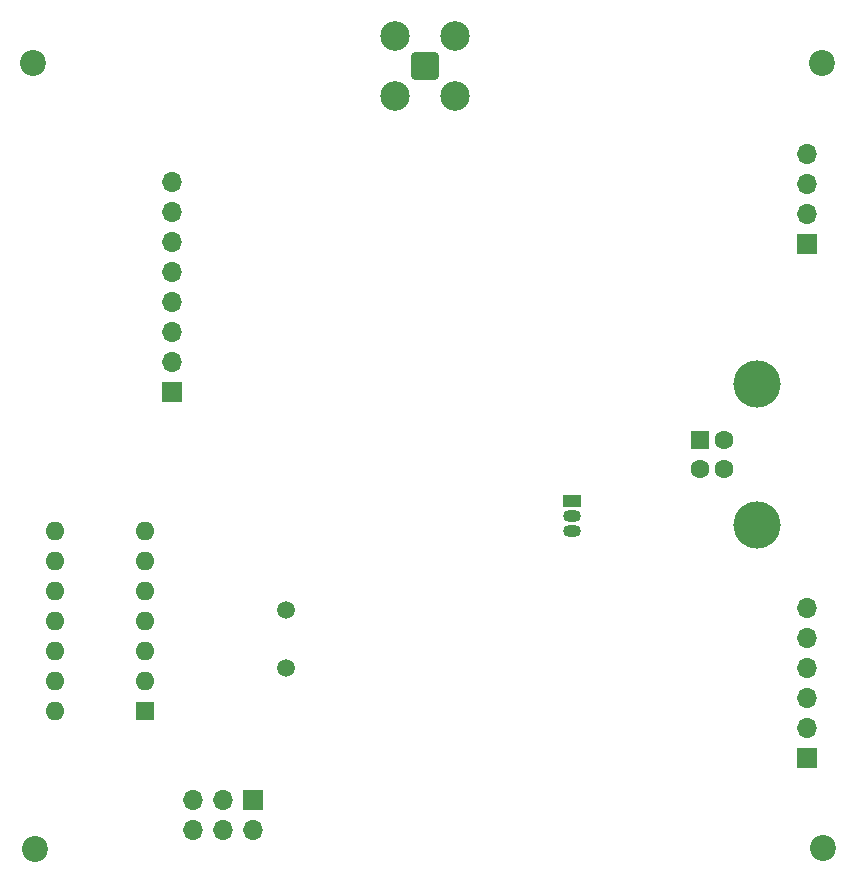
<source format=gbr>
%TF.GenerationSoftware,KiCad,Pcbnew,7.0.10*%
%TF.CreationDate,2024-11-11T15:21:43+02:00*%
%TF.ProjectId,Elektroniikkapaja-vastaanotin,456c656b-7472-46f6-9e69-696b6b617061,rev?*%
%TF.SameCoordinates,Original*%
%TF.FileFunction,Soldermask,Bot*%
%TF.FilePolarity,Negative*%
%FSLAX46Y46*%
G04 Gerber Fmt 4.6, Leading zero omitted, Abs format (unit mm)*
G04 Created by KiCad (PCBNEW 7.0.10) date 2024-11-11 15:21:43*
%MOMM*%
%LPD*%
G01*
G04 APERTURE LIST*
G04 Aperture macros list*
%AMRoundRect*
0 Rectangle with rounded corners*
0 $1 Rounding radius*
0 $2 $3 $4 $5 $6 $7 $8 $9 X,Y pos of 4 corners*
0 Add a 4 corners polygon primitive as box body*
4,1,4,$2,$3,$4,$5,$6,$7,$8,$9,$2,$3,0*
0 Add four circle primitives for the rounded corners*
1,1,$1+$1,$2,$3*
1,1,$1+$1,$4,$5*
1,1,$1+$1,$6,$7*
1,1,$1+$1,$8,$9*
0 Add four rect primitives between the rounded corners*
20,1,$1+$1,$2,$3,$4,$5,0*
20,1,$1+$1,$4,$5,$6,$7,0*
20,1,$1+$1,$6,$7,$8,$9,0*
20,1,$1+$1,$8,$9,$2,$3,0*%
G04 Aperture macros list end*
%ADD10R,1.700000X1.700000*%
%ADD11O,1.700000X1.700000*%
%ADD12C,2.200000*%
%ADD13C,1.500000*%
%ADD14RoundRect,0.200100X-0.949900X-0.949900X0.949900X-0.949900X0.949900X0.949900X-0.949900X0.949900X0*%
%ADD15C,2.500000*%
%ADD16R,1.500000X1.050000*%
%ADD17O,1.500000X1.050000*%
%ADD18R,1.600000X1.600000*%
%ADD19C,1.600000*%
%ADD20C,4.000000*%
%ADD21O,1.600000X1.600000*%
G04 APERTURE END LIST*
D10*
%TO.C,J4*%
X169180000Y-116860000D03*
D11*
X169180000Y-119400000D03*
X166640000Y-116860000D03*
X166640000Y-119400000D03*
X164100000Y-116860000D03*
X164100000Y-119400000D03*
%TD*%
D12*
%TO.C,H4*%
X217400000Y-120860000D03*
%TD*%
D13*
%TO.C,Y2*%
X171990000Y-105630000D03*
X171990000Y-100750000D03*
%TD*%
D14*
%TO.C,J2*%
X183740000Y-54660000D03*
D15*
X181200000Y-52120000D03*
X181200000Y-57200000D03*
X186280000Y-52120000D03*
X186280000Y-57200000D03*
%TD*%
D16*
%TO.C,U4*%
X196140000Y-91480000D03*
D17*
X196140000Y-92750000D03*
X196140000Y-94020000D03*
%TD*%
D12*
%TO.C,H1*%
X150570000Y-54450000D03*
%TD*%
D18*
%TO.C,J1*%
X207012500Y-86330000D03*
D19*
X207012500Y-88830000D03*
X209012500Y-88830000D03*
X209012500Y-86330000D03*
D20*
X211872500Y-81580000D03*
X211872500Y-93580000D03*
%TD*%
D18*
%TO.C,U6*%
X159980000Y-109330000D03*
D21*
X159980000Y-106790000D03*
X159980000Y-104250000D03*
X159980000Y-101710000D03*
X159980000Y-99170000D03*
X159980000Y-96630000D03*
X159980000Y-94090000D03*
X152360000Y-94090000D03*
X152360000Y-96630000D03*
X152360000Y-99170000D03*
X152360000Y-101710000D03*
X152360000Y-104250000D03*
X152360000Y-106790000D03*
X152360000Y-109330000D03*
%TD*%
D12*
%TO.C,H2*%
X217310000Y-54440000D03*
%TD*%
D10*
%TO.C,J7*%
X162270000Y-82250000D03*
D11*
X162270000Y-79710000D03*
X162270000Y-77170000D03*
X162270000Y-74630000D03*
X162270000Y-72090000D03*
X162270000Y-69550000D03*
X162270000Y-67010000D03*
X162270000Y-64470000D03*
%TD*%
D10*
%TO.C,J6*%
X216070000Y-113250000D03*
D11*
X216070000Y-110710000D03*
X216070000Y-108170000D03*
X216070000Y-105630000D03*
X216070000Y-103090000D03*
X216070000Y-100550000D03*
%TD*%
D10*
%TO.C,J5*%
X216080000Y-69730000D03*
D11*
X216080000Y-67190000D03*
X216080000Y-64650000D03*
X216080000Y-62110000D03*
%TD*%
D12*
%TO.C,H3*%
X150720000Y-120970000D03*
%TD*%
M02*

</source>
